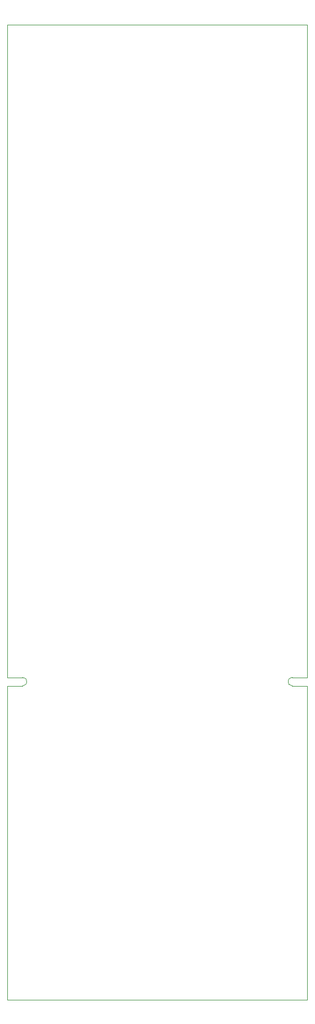
<source format=gbr>
G04 #@! TF.GenerationSoftware,KiCad,Pcbnew,(5.0.1)-4*
G04 #@! TF.CreationDate,2019-03-05T01:37:16-06:00*
G04 #@! TF.ProjectId,vca,7663612E6B696361645F706362000000,rev?*
G04 #@! TF.SameCoordinates,Original*
G04 #@! TF.FileFunction,Profile,NP*
%FSLAX46Y46*%
G04 Gerber Fmt 4.6, Leading zero omitted, Abs format (unit mm)*
G04 Created by KiCad (PCBNEW (5.0.1)-4) date 3/5/2019 1:37:16*
%MOMM*%
%LPD*%
G01*
G04 APERTURE LIST*
%ADD10C,0.010000*%
G04 APERTURE END LIST*
D10*
X150346000Y-118322000D02*
G75*
G02X150346000Y-117052000I0J635000D01*
G01*
X152632000Y-118322000D02*
X150346000Y-118322000D01*
X152632000Y-117052000D02*
X150346000Y-117052000D01*
X109706000Y-117052000D02*
G75*
G02X109706000Y-118322000I0J-635000D01*
G01*
X109706000Y-117052000D02*
X107420000Y-117052000D01*
X109706000Y-118322000D02*
X107420000Y-118322000D01*
X152632000Y-118322000D02*
X152632000Y-165566000D01*
X107420000Y-118322000D02*
X107420000Y-165566000D01*
X152632000Y-165566000D02*
X107420000Y-165566000D01*
X107420000Y-117052000D02*
X107420000Y-18754000D01*
X152632000Y-18754000D02*
X152632000Y-117052000D01*
X107420000Y-18754000D02*
X152632000Y-18754000D01*
M02*

</source>
